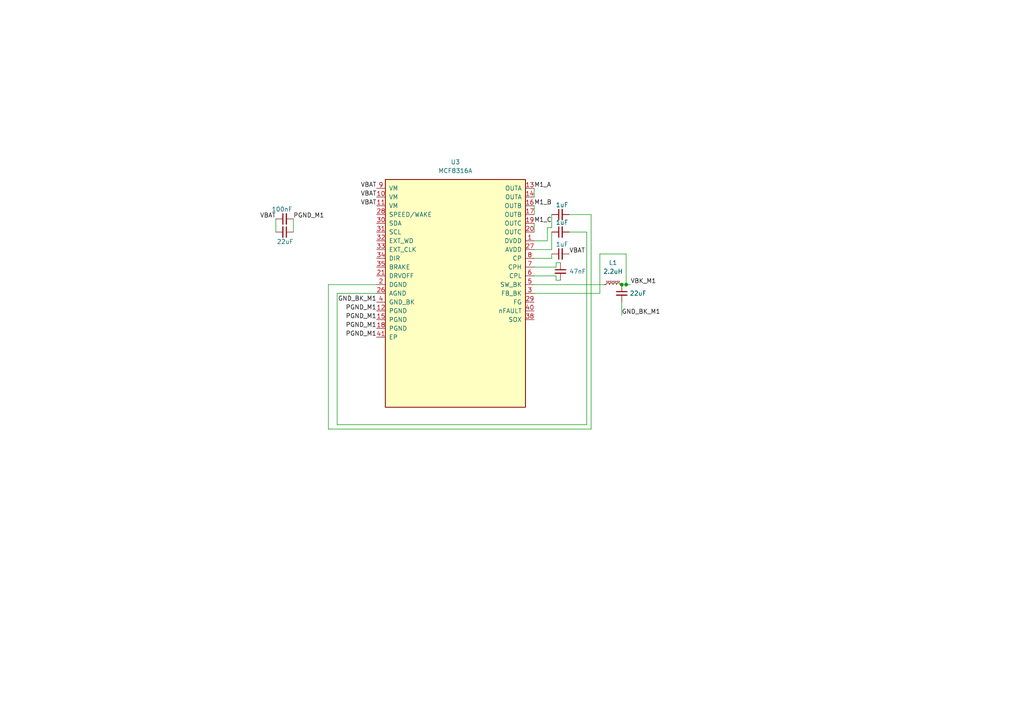
<source format=kicad_sch>
(kicad_sch (version 20250114) (generator "eeschema") (generator_version "9.0")
  (paper "A4")
  (title_block (date "2025-12-23") (rev "v1") (company "NeoDrone") (comment 1 "Made by Dulat Sarbassov") (comment 2 "dulatello08"))
  (lib_symbols
    (symbol "Device:C_Small" (pin_numbers (hide yes)) (pin_names (offset 0.254) (hide yes))
      (property "Reference" "C" (at 0.254 1.778 0))
      (property "Value" "C_Small" (at 0.254 -2.032 0))
      (symbol "C_Small_0_1"
        (polyline (pts (xy -1.524 0.508) (xy 1.524 0.508)) (stroke (width 0.3048)))
        (polyline (pts (xy -1.524 -0.508) (xy 1.524 -0.508)) (stroke (width 0.3302)))
      )
      (symbol "C_Small_1_1"
        (pin passive line (at 0 2.54 270) (length 2.032) (name "~") (number "1"))
        (pin passive line (at 0 -2.54 90) (length 2.032) (name "~") (number "2"))
      )
    )
    (symbol "Device:L_Ferrite_Small" (pin_numbers (hide yes)) (pin_names (offset 0.254) (hide yes))
      (property "Reference" "L" (at 1.27 1.016 0))
      (property "Value" "L_Ferrite_Small" (at 1.27 -1.27 0))
      (symbol "L_Ferrite_Small_0_1"
        (arc (start 0 2.032) (mid 0.5058 1.524) (end 0 1.016))
        (arc (start 0 1.016) (mid 0.5058 0.508) (end 0 0))
        (arc (start 0 0) (mid 0.5058 -0.508) (end 0 -1.016))
        (arc (start 0 -1.016) (mid 0.5058 -1.524) (end 0 -2.032))
        (polyline (pts (xy 0.762 1.651) (xy 0.762 1.905)))
        (polyline (pts (xy 0.762 1.143) (xy 0.762 1.397)))
        (polyline (pts (xy 0.762 0.635) (xy 0.762 0.889)))
        (polyline (pts (xy 0.762 0.127) (xy 0.762 0.381)))
        (polyline (pts (xy 0.762 -0.381) (xy 0.762 -0.127)))
        (polyline (pts (xy 0.762 -0.889) (xy 0.762 -0.635)))
        (polyline (pts (xy 0.762 -1.397) (xy 0.762 -1.143)))
        (polyline (pts (xy 0.762 -1.905) (xy 0.762 -1.651)))
        (polyline (pts (xy 1.016 1.905) (xy 1.016 1.651)))
        (polyline (pts (xy 1.016 1.397) (xy 1.016 1.143)))
        (polyline (pts (xy 1.016 0.889) (xy 1.016 0.635)))
        (polyline (pts (xy 1.016 0.381) (xy 1.016 0.127)))
        (polyline (pts (xy 1.016 -0.127) (xy 1.016 -0.381)))
        (polyline (pts (xy 1.016 -0.635) (xy 1.016 -0.889)))
        (polyline (pts (xy 1.016 -1.143) (xy 1.016 -1.397)))
        (polyline (pts (xy 1.016 -1.651) (xy 1.016 -1.905)))
      )
      (symbol "L_Ferrite_Small_1_1"
        (pin passive line (at 0 2.54 270) (length 0.508) (name "~") (number "1"))
        (pin passive line (at 0 -2.54 90) (length 0.508) (name "~") (number "2"))
      )
    )
    (symbol "MCF8316A:MCF8316A" (pin_names (offset 1.016))
      (property "Reference" "U" (at 0 38.1 0))
      (property "Value" "MCF8316A" (at 0 -38.1 0))
      (symbol "MCF8316A_1_1"
        (rectangle (start -20.32 33.02) (end 20.32 -33.02) (stroke (width 0.254)) (fill (type background)))
        (pin power_in line (at -22.86 30.48 0) (length 2.54) (name "VM") (number "9"))
        (pin power_in line (at -22.86 27.94 0) (length 2.54) (name "VM") (number "10"))
        (pin power_in line (at -22.86 25.4 0) (length 2.54) (name "VM") (number "11"))
        (pin input line (at -22.86 22.86 0) (length 2.54) (name "SPEED/WAKE") (number "28"))
        (pin bidirectional line (at -22.86 20.32 0) (length 2.54) (name "SDA") (number "30"))
        (pin input line (at -22.86 17.78 0) (length 2.54) (name "SCL") (number "31"))
        (pin input line (at -22.86 15.24 0) (length 2.54) (name "EXT_WD") (number "32"))
        (pin input line (at -22.86 12.7 0) (length 2.54) (name "EXT_CLK") (number "33"))
        (pin input line (at -22.86 10.16 0) (length 2.54) (name "DIR") (number "34"))
        (pin input line (at -22.86 7.62 0) (length 2.54) (name "BRAKE") (number "35"))
        (pin input line (at -22.86 5.08 0) (length 2.54) (name "DRVOFF") (number "21"))
        (pin power_in line (at -22.86 2.54 0) (length 2.54) (name "DGND") (number "2"))
        (pin power_in line (at -22.86 0 0) (length 2.54) (name "AGND") (number "26"))
        (pin power_in line (at -22.86 -2.54 0) (length 2.54) (name "GND_BK") (number "4"))
        (pin power_in line (at -22.86 -5.08 0) (length 2.54) (name "PGND") (number "12"))
        (pin power_in line (at -22.86 -7.62 0) (length 2.54) (name "PGND") (number "15"))
        (pin power_in line (at -22.86 -10.16 0) (length 2.54) (name "PGND") (number "18"))
        (pin power_in line (at -22.86 -12.7 0) (length 2.54) (name "EP") (number "41"))
        (pin power_out line (at 22.86 30.48 180) (length 2.54) (name "OUTA") (number "13"))
        (pin power_out line (at 22.86 27.94 180) (length 2.54) (name "OUTA") (number "14"))
        (pin power_out line (at 22.86 25.4 180) (length 2.54) (name "OUTB") (number "16"))
        (pin power_out line (at 22.86 22.86 180) (length 2.54) (name "OUTB") (number "17"))
        (pin power_out line (at 22.86 20.32 180) (length 2.54) (name "OUTC") (number "19"))
        (pin power_out line (at 22.86 17.78 180) (length 2.54) (name "OUTC") (number "20"))
        (pin power_out line (at 22.86 15.24 180) (length 2.54) (name "DVDD") (number "1"))
        (pin power_out line (at 22.86 12.7 180) (length 2.54) (name "AVDD") (number "27"))
        (pin power_out line (at 22.86 10.16 180) (length 2.54) (name "CP") (number "8"))
        (pin passive line (at 22.86 7.62 180) (length 2.54) (name "CPH") (number "7"))
        (pin passive line (at 22.86 5.08 180) (length 2.54) (name "CPL") (number "6"))
        (pin passive line (at 22.86 2.54 180) (length 2.54) (name "SW_BK") (number "5"))
        (pin passive line (at 22.86 0 180) (length 2.54) (name "FB_BK") (number "3"))
        (pin open_collector line (at 22.86 -2.54 180) (length 2.54) (name "FG") (number "29"))
        (pin open_collector line (at 22.86 -5.08 180) (length 2.54) (name "nFAULT") (number "40"))
        (pin output line (at 22.86 -7.62 180) (length 2.54) (name "SOX") (number "38"))
      )
    )
  )
  (junction (at 181.61 82.55))
  (junction (at 180.34 82.55))
  (wire (pts (xy 154.94 77.47) (xy 161.29 77.47)))
  (wire (pts (xy 158.75 69.85) (xy 158.75 66.04)))
  (wire (pts (xy 80.01 63.5) (xy 80.01 67.31)))
  (wire (pts (xy 165.1 67.31) (xy 170.18 67.31)))
  (wire (pts (xy 162.56 81.28) (xy 161.29 81.28)))
  (wire (pts (xy 95.25 82.55) (xy 109.22 82.55)))
  (wire (pts (xy 97.79 123.19) (xy 97.79 85.09)))
  (wire (pts (xy 173.99 73.66) (xy 181.61 73.66)))
  (wire (pts (xy 173.99 85.09) (xy 173.99 73.66)))
  (wire (pts (xy 171.45 62.23) (xy 171.45 124.46)))
  (wire (pts (xy 85.09 63.5) (xy 85.09 67.31)))
  (wire (pts (xy 161.29 76.2) (xy 162.56 76.2)))
  (wire (pts (xy 171.45 124.46) (xy 95.25 124.46)))
  (wire (pts (xy 161.29 80.01) (xy 154.94 80.01)))
  (wire (pts (xy 160.02 66.04) (xy 160.02 62.23)))
  (wire (pts (xy 170.18 67.31) (xy 170.18 123.19)))
  (wire (pts (xy 181.61 82.55) (xy 180.34 82.55)))
  (wire (pts (xy 182.88 82.55) (xy 181.61 82.55)))
  (wire (pts (xy 170.18 123.19) (xy 97.79 123.19)))
  (wire (pts (xy 154.94 64.77) (xy 154.94 67.31)))
  (wire (pts (xy 154.94 74.93) (xy 160.02 74.93)))
  (wire (pts (xy 181.61 73.66) (xy 181.61 82.55)))
  (wire (pts (xy 160.02 72.39) (xy 160.02 67.31)))
  (wire (pts (xy 154.94 72.39) (xy 160.02 72.39)))
  (wire (pts (xy 180.34 91.44) (xy 180.34 87.63)))
  (wire (pts (xy 95.25 124.46) (xy 95.25 82.55)))
  (wire (pts (xy 154.94 85.09) (xy 173.99 85.09)))
  (wire (pts (xy 97.79 85.09) (xy 109.22 85.09)))
  (wire (pts (xy 154.94 59.69) (xy 154.94 62.23)))
  (wire (pts (xy 161.29 77.47) (xy 161.29 76.2)))
  (wire (pts (xy 154.94 54.61) (xy 154.94 57.15)))
  (wire (pts (xy 165.1 62.23) (xy 171.45 62.23)))
  (wire (pts (xy 154.94 82.55) (xy 175.26 82.55)))
  (wire (pts (xy 158.75 66.04) (xy 160.02 66.04)))
  (wire (pts (xy 161.29 81.28) (xy 161.29 80.01)))
  (wire (pts (xy 154.94 69.85) (xy 158.75 69.85)))
  (wire (pts (xy 160.02 74.93) (xy 160.02 73.66)))
  (label "VBAT" (at 109.22 59.69 180))
  (label "PGND_M1" (at 109.22 92.71 180))
  (label "PGND_M1" (at 109.22 90.17 180))
  (label "VBAT" (at 109.22 57.15 180))
  (label "VBAT" (at 80.01 63.5 180))
  (label "PGND_M1" (at 109.22 95.25 180))
  (label "GND_BK_M1" (at 180.34 91.44 0))
  (label "PGND_M1" (at 109.22 97.79 180))
  (label "VBAT" (at 165.1 73.66 0))
  (label "PGND_M1" (at 85.09 63.5 0))
  (label "VBAT" (at 109.22 54.61 180))
  (label "VBK_M1" (at 182.88 82.55 0))
  (label "M1_C" (at 154.94 64.77 0))
  (label "M1_A" (at 154.94 54.61 0))
  (label "M1_B" (at 154.94 59.69 0))
  (label "GND_BK_M1" (at 109.22 87.63 180))
  (symbol (lib_id "Device:C_Small") (at 180.34 85.09 0) (unit 1)
    (property "Reference" "C16" (effects (hide yes)))
    (property "Value" "22uF" (at 182.626 85.09 0) (effects (justify left)))
    (property "Footprint" "Capacitor_SMD:C_1206_3216Metric_Pad1.33x1.80mm_HandSolder" (effects (hide yes)))
    (property "Description" "Unpolarized capacitor, small symbol" (effects (hide yes)))
  )
  (symbol (lib_id "Device:L_Ferrite_Small") (at 177.8 82.55 90) (unit 1)
    (property "Reference" "L1" (at 177.8 76.2 90))
    (property "Value" "2.2uH" (at 177.8 78.74 90))
    (property "Footprint" "Inductor_SMD:L_1008_2520Metric_Pad1.43x2.20mm_HandSolder" (effects (hide yes)))
    (property "Description" "Inductor with ferrite core, small symbol" (effects (hide yes)))
  )
  (symbol (lib_id "Device:C_Small") (at 162.56 78.74 0) (unit 1)
    (property "Reference" "C12" (effects (hide yes)))
    (property "Value" "47nF" (at 165.1 78.74 0) (effects (justify left)))
    (property "Footprint" "Capacitor_SMD:C_0603_1608Metric_Pad1.08x0.95mm_HandSolder" (effects (hide yes)))
    (property "Description" "Unpolarized capacitor, small symbol" (effects (hide yes)))
  )
  (symbol (lib_id "MCF8316A:MCF8316A") (at 132.08 85.09 0) (unit 1)
    (property "Reference" "U3" (at 132.08 46.99 0))
    (property "Value" "MCF8316A" (at 132.08 49.53 0))
    (property "Datasheet" "https://www.ti.com/lit/ds/symlink/mcf8316a.pdf" (effects (hide yes)))
    (property "Description" "40-V max, 8-A peak, sensorless FOC control 3-phase BLDC motor driver with integrated FETs" (effects (hide yes)))
  )
  (symbol (lib_id "Device:C_Small") (at 162.56 62.23 90) (unit 1)
    (property "Reference" "C15" (effects (hide yes)))
    (property "Value" "1uF" (at 164.846 59.436 90) (effects (justify left)))
    (property "Footprint" "Capacitor_SMD:C_0603_1608Metric_Pad1.08x0.95mm_HandSolder" (effects (hide yes)))
    (property "Description" "Unpolarized capacitor, small symbol" (effects (hide yes)))
  )
  (symbol (lib_id "Device:C_Small") (at 162.56 67.31 90) (unit 1)
    (property "Reference" "C14" (effects (hide yes)))
    (property "Value" "1uF" (at 164.846 64.516 90) (effects (justify left)))
    (property "Footprint" "Capacitor_SMD:C_0603_1608Metric_Pad1.08x0.95mm_HandSolder" (effects (hide yes)))
    (property "Description" "Unpolarized capacitor, small symbol" (effects (hide yes)))
  )
  (symbol (lib_id "Device:C_Small") (at 82.55 67.31 270) (unit 1)
    (property "Reference" "C10" (effects (hide yes)))
    (property "Value" "22uF" (at 80.264 70.104 90) (effects (justify left)))
    (property "Footprint" "Capacitor_SMD:C_1206_3216Metric_Pad1.33x1.80mm_HandSolder" (effects (hide yes)))
    (property "Description" "Unpolarized capacitor, small symbol" (effects (hide yes)))
  )
  (symbol (lib_id "Device:C_Small") (at 162.56 73.66 90) (unit 1)
    (property "Reference" "C13" (effects (hide yes)))
    (property "Value" "1uF" (at 164.846 70.866 90) (effects (justify left)))
    (property "Footprint" "Capacitor_SMD:C_0603_1608Metric_Pad1.08x0.95mm_HandSolder" (effects (hide yes)))
    (property "Description" "Unpolarized capacitor, small symbol" (effects (hide yes)))
  )
  (symbol (lib_id "Device:C_Small") (at 82.55 63.5 90) (unit 1)
    (property "Reference" "C11" (effects (hide yes)))
    (property "Value" "100nF" (at 84.836 60.706 90) (effects (justify left)))
    (property "Footprint" "Capacitor_SMD:C_0603_1608Metric_Pad1.08x0.95mm_HandSolder" (effects (hide yes)))
    (property "Description" "Unpolarized capacitor, small symbol" (effects (hide yes)))
  )
)
</source>
